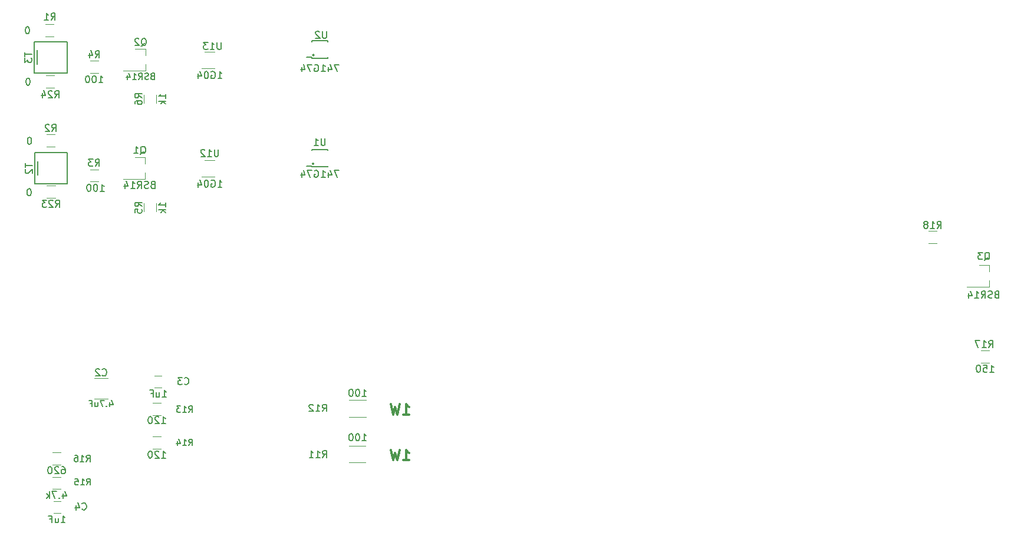
<source format=gbr>
G04 #@! TF.FileFunction,Legend,Bot*
%FSLAX46Y46*%
G04 Gerber Fmt 4.6, Leading zero omitted, Abs format (unit mm)*
G04 Created by KiCad (PCBNEW 4.0.7-e2-6376~58~ubuntu16.04.1) date Fri Dec  1 14:53:18 2017*
%MOMM*%
%LPD*%
G01*
G04 APERTURE LIST*
%ADD10C,0.100000*%
%ADD11C,0.300000*%
%ADD12C,0.120000*%
%ADD13C,0.150000*%
G04 APERTURE END LIST*
D10*
D11*
X102378571Y-102718571D02*
X103235714Y-102718571D01*
X102807142Y-102718571D02*
X102807142Y-101218571D01*
X102949999Y-101432857D01*
X103092857Y-101575714D01*
X103235714Y-101647143D01*
X101878571Y-101218571D02*
X101521428Y-102718571D01*
X101235714Y-101647143D01*
X100950000Y-102718571D01*
X100592857Y-101218571D01*
X102378571Y-96138571D02*
X103235714Y-96138571D01*
X102807142Y-96138571D02*
X102807142Y-94638571D01*
X102949999Y-94852857D01*
X103092857Y-94995714D01*
X103235714Y-95067143D01*
X101878571Y-94638571D02*
X101521428Y-96138571D01*
X101235714Y-95067143D01*
X100950000Y-96138571D01*
X100592857Y-94638571D01*
D12*
X51200000Y-64980000D02*
X52400000Y-64980000D01*
X52400000Y-63220000D02*
X51200000Y-63220000D01*
X51150000Y-57630000D02*
X52350000Y-57630000D01*
X52350000Y-55870000D02*
X51150000Y-55870000D01*
X51000000Y-41780000D02*
X52200000Y-41780000D01*
X52200000Y-40020000D02*
X51000000Y-40020000D01*
X51100000Y-49180000D02*
X52300000Y-49180000D01*
X52300000Y-47420000D02*
X51100000Y-47420000D01*
X67700000Y-92250000D02*
X66700000Y-92250000D01*
X66700000Y-90550000D02*
X67700000Y-90550000D01*
X52157240Y-108650840D02*
X53157240Y-108650840D01*
X53157240Y-110350840D02*
X52157240Y-110350840D01*
X67600000Y-94520000D02*
X66400000Y-94520000D01*
X66400000Y-96280000D02*
X67600000Y-96280000D01*
X66400000Y-101080000D02*
X67600000Y-101080000D01*
X67600000Y-99320000D02*
X66400000Y-99320000D01*
X52000000Y-106880000D02*
X53200000Y-106880000D01*
X53200000Y-105120000D02*
X52000000Y-105120000D01*
X53200000Y-101620000D02*
X52000000Y-101620000D01*
X52000000Y-103380000D02*
X53200000Y-103380000D01*
X186527240Y-86940840D02*
X185327240Y-86940840D01*
X185327240Y-88700840D02*
X186527240Y-88700840D01*
X177827240Y-71510840D02*
X179027240Y-71510840D01*
X179027240Y-69750840D02*
X177827240Y-69750840D01*
X57997240Y-90910840D02*
X59997240Y-90910840D01*
X59997240Y-93870840D02*
X57997240Y-93870840D01*
X58597240Y-60910840D02*
X57397240Y-60910840D01*
X57397240Y-62670840D02*
X58597240Y-62670840D01*
X58597240Y-45310840D02*
X57397240Y-45310840D01*
X57397240Y-47070840D02*
X58597240Y-47070840D01*
X65117240Y-65790840D02*
X65117240Y-66990840D01*
X66877240Y-66990840D02*
X66877240Y-65790840D01*
X65117240Y-50190840D02*
X65117240Y-51390840D01*
X66877240Y-51390840D02*
X66877240Y-50190840D01*
D13*
X89584440Y-60105240D02*
G75*
G03X89584440Y-60105240I-127000J0D01*
G01*
X89254240Y-60410040D02*
X88492240Y-60410040D01*
X89254240Y-58047840D02*
X89254240Y-58174840D01*
X91540240Y-58047840D02*
X91540240Y-58174840D01*
X91540240Y-60537040D02*
X91540240Y-60410040D01*
X89254240Y-60537040D02*
X89254240Y-60410040D01*
X89254240Y-58047840D02*
X91540240Y-58047840D01*
X91540240Y-60537040D02*
X89254240Y-60537040D01*
X89584440Y-44505240D02*
G75*
G03X89584440Y-44505240I-127000J0D01*
G01*
X89254240Y-44810040D02*
X88492240Y-44810040D01*
X89254240Y-42447840D02*
X89254240Y-42574840D01*
X91540240Y-42447840D02*
X91540240Y-42574840D01*
X91540240Y-44937040D02*
X91540240Y-44810040D01*
X89254240Y-44937040D02*
X89254240Y-44810040D01*
X89254240Y-42447840D02*
X91540240Y-42447840D01*
X91540240Y-44937040D02*
X89254240Y-44937040D01*
D12*
X75297240Y-61950840D02*
X73397240Y-61950840D01*
X73897240Y-59630840D02*
X75297240Y-59630840D01*
X75297240Y-46350840D02*
X73397240Y-46350840D01*
X73897240Y-44030840D02*
X75297240Y-44030840D01*
D13*
X49875000Y-59725000D02*
X49875000Y-61725000D01*
X49875000Y-61725000D02*
X49875000Y-61650000D01*
X54150000Y-62400000D02*
X54150000Y-63000000D01*
X54150000Y-59100000D02*
X54150000Y-58500000D01*
X49450000Y-59050000D02*
X49450000Y-58900000D01*
X49450000Y-58950000D02*
X49450000Y-58500000D01*
X49450000Y-62550000D02*
X49450000Y-63000000D01*
X49450000Y-63000000D02*
X49450000Y-62450000D01*
X49450000Y-58500000D02*
X54150000Y-58500000D01*
X54150000Y-59000000D02*
X54150000Y-62500000D01*
X54150000Y-63000000D02*
X49450000Y-63000000D01*
X49450000Y-62500000D02*
X49450000Y-59000000D01*
X49825000Y-43775000D02*
X49825000Y-45775000D01*
X49825000Y-45775000D02*
X49825000Y-45700000D01*
X54100000Y-46450000D02*
X54100000Y-47050000D01*
X54100000Y-43150000D02*
X54100000Y-42550000D01*
X49400000Y-43100000D02*
X49400000Y-42950000D01*
X49400000Y-43000000D02*
X49400000Y-42550000D01*
X49400000Y-46600000D02*
X49400000Y-47050000D01*
X49400000Y-47050000D02*
X49400000Y-46500000D01*
X49400000Y-42550000D02*
X54100000Y-42550000D01*
X54100000Y-43050000D02*
X54100000Y-46550000D01*
X54100000Y-47050000D02*
X49400000Y-47050000D01*
X49400000Y-46550000D02*
X49400000Y-43050000D01*
D12*
X97010000Y-103040000D02*
X94610000Y-103040000D01*
X97010000Y-100640000D02*
X94610000Y-100640000D01*
X97030000Y-96470000D02*
X94630000Y-96470000D01*
X97030000Y-94070000D02*
X94630000Y-94070000D01*
X65300000Y-59150000D02*
X65300000Y-60080000D01*
X65300000Y-62310000D02*
X65300000Y-61380000D01*
X65300000Y-62310000D02*
X62140000Y-62310000D01*
X65300000Y-59150000D02*
X63840000Y-59150000D01*
X65350000Y-43560000D02*
X65350000Y-44490000D01*
X65350000Y-46720000D02*
X65350000Y-45790000D01*
X65350000Y-46720000D02*
X62190000Y-46720000D01*
X65350000Y-43560000D02*
X63890000Y-43560000D01*
X186530000Y-74680000D02*
X186530000Y-75610000D01*
X186530000Y-77840000D02*
X186530000Y-76910000D01*
X186530000Y-77840000D02*
X183370000Y-77840000D01*
X186530000Y-74680000D02*
X185070000Y-74680000D01*
D13*
X52440097Y-66343221D02*
X52773431Y-65867030D01*
X53011526Y-66343221D02*
X53011526Y-65343221D01*
X52630573Y-65343221D01*
X52535335Y-65390840D01*
X52487716Y-65438459D01*
X52440097Y-65533697D01*
X52440097Y-65676554D01*
X52487716Y-65771792D01*
X52535335Y-65819411D01*
X52630573Y-65867030D01*
X53011526Y-65867030D01*
X52059145Y-65438459D02*
X52011526Y-65390840D01*
X51916288Y-65343221D01*
X51678192Y-65343221D01*
X51582954Y-65390840D01*
X51535335Y-65438459D01*
X51487716Y-65533697D01*
X51487716Y-65628935D01*
X51535335Y-65771792D01*
X52106764Y-66343221D01*
X51487716Y-66343221D01*
X51154383Y-65343221D02*
X50535335Y-65343221D01*
X50868669Y-65724173D01*
X50725811Y-65724173D01*
X50630573Y-65771792D01*
X50582954Y-65819411D01*
X50535335Y-65914650D01*
X50535335Y-66152745D01*
X50582954Y-66247983D01*
X50630573Y-66295602D01*
X50725811Y-66343221D01*
X51011526Y-66343221D01*
X51106764Y-66295602D01*
X51154383Y-66247983D01*
X48697619Y-63702381D02*
X48602380Y-63702381D01*
X48507142Y-63750000D01*
X48459523Y-63797619D01*
X48411904Y-63892857D01*
X48364285Y-64083333D01*
X48364285Y-64321429D01*
X48411904Y-64511905D01*
X48459523Y-64607143D01*
X48507142Y-64654762D01*
X48602380Y-64702381D01*
X48697619Y-64702381D01*
X48792857Y-64654762D01*
X48840476Y-64607143D01*
X48888095Y-64511905D01*
X48935714Y-64321429D01*
X48935714Y-64083333D01*
X48888095Y-63892857D01*
X48840476Y-63797619D01*
X48792857Y-63750000D01*
X48697619Y-63702381D01*
X51916666Y-55452381D02*
X52250000Y-54976190D01*
X52488095Y-55452381D02*
X52488095Y-54452381D01*
X52107142Y-54452381D01*
X52011904Y-54500000D01*
X51964285Y-54547619D01*
X51916666Y-54642857D01*
X51916666Y-54785714D01*
X51964285Y-54880952D01*
X52011904Y-54928571D01*
X52107142Y-54976190D01*
X52488095Y-54976190D01*
X51535714Y-54547619D02*
X51488095Y-54500000D01*
X51392857Y-54452381D01*
X51154761Y-54452381D01*
X51059523Y-54500000D01*
X51011904Y-54547619D01*
X50964285Y-54642857D01*
X50964285Y-54738095D01*
X51011904Y-54880952D01*
X51583333Y-55452381D01*
X50964285Y-55452381D01*
X48747619Y-56302381D02*
X48652380Y-56302381D01*
X48557142Y-56350000D01*
X48509523Y-56397619D01*
X48461904Y-56492857D01*
X48414285Y-56683333D01*
X48414285Y-56921429D01*
X48461904Y-57111905D01*
X48509523Y-57207143D01*
X48557142Y-57254762D01*
X48652380Y-57302381D01*
X48747619Y-57302381D01*
X48842857Y-57254762D01*
X48890476Y-57207143D01*
X48938095Y-57111905D01*
X48985714Y-56921429D01*
X48985714Y-56683333D01*
X48938095Y-56492857D01*
X48890476Y-56397619D01*
X48842857Y-56350000D01*
X48747619Y-56302381D01*
X51816666Y-39452381D02*
X52150000Y-38976190D01*
X52388095Y-39452381D02*
X52388095Y-38452381D01*
X52007142Y-38452381D01*
X51911904Y-38500000D01*
X51864285Y-38547619D01*
X51816666Y-38642857D01*
X51816666Y-38785714D01*
X51864285Y-38880952D01*
X51911904Y-38928571D01*
X52007142Y-38976190D01*
X52388095Y-38976190D01*
X50864285Y-39452381D02*
X51435714Y-39452381D01*
X51150000Y-39452381D02*
X51150000Y-38452381D01*
X51245238Y-38595238D01*
X51340476Y-38690476D01*
X51435714Y-38738095D01*
X48447619Y-40402381D02*
X48352380Y-40402381D01*
X48257142Y-40450000D01*
X48209523Y-40497619D01*
X48161904Y-40592857D01*
X48114285Y-40783333D01*
X48114285Y-41021429D01*
X48161904Y-41211905D01*
X48209523Y-41307143D01*
X48257142Y-41354762D01*
X48352380Y-41402381D01*
X48447619Y-41402381D01*
X48542857Y-41354762D01*
X48590476Y-41307143D01*
X48638095Y-41211905D01*
X48685714Y-41021429D01*
X48685714Y-40783333D01*
X48638095Y-40592857D01*
X48590476Y-40497619D01*
X48542857Y-40450000D01*
X48447619Y-40402381D01*
X52342857Y-50602381D02*
X52676191Y-50126190D01*
X52914286Y-50602381D02*
X52914286Y-49602381D01*
X52533333Y-49602381D01*
X52438095Y-49650000D01*
X52390476Y-49697619D01*
X52342857Y-49792857D01*
X52342857Y-49935714D01*
X52390476Y-50030952D01*
X52438095Y-50078571D01*
X52533333Y-50126190D01*
X52914286Y-50126190D01*
X51961905Y-49697619D02*
X51914286Y-49650000D01*
X51819048Y-49602381D01*
X51580952Y-49602381D01*
X51485714Y-49650000D01*
X51438095Y-49697619D01*
X51390476Y-49792857D01*
X51390476Y-49888095D01*
X51438095Y-50030952D01*
X52009524Y-50602381D01*
X51390476Y-50602381D01*
X50533333Y-49935714D02*
X50533333Y-50602381D01*
X50771429Y-49554762D02*
X51009524Y-50269048D01*
X50390476Y-50269048D01*
X48547619Y-47802381D02*
X48452380Y-47802381D01*
X48357142Y-47850000D01*
X48309523Y-47897619D01*
X48261904Y-47992857D01*
X48214285Y-48183333D01*
X48214285Y-48421429D01*
X48261904Y-48611905D01*
X48309523Y-48707143D01*
X48357142Y-48754762D01*
X48452380Y-48802381D01*
X48547619Y-48802381D01*
X48642857Y-48754762D01*
X48690476Y-48707143D01*
X48738095Y-48611905D01*
X48785714Y-48421429D01*
X48785714Y-48183333D01*
X48738095Y-47992857D01*
X48690476Y-47897619D01*
X48642857Y-47850000D01*
X48547619Y-47802381D01*
X70966666Y-91757143D02*
X71014285Y-91804762D01*
X71157142Y-91852381D01*
X71252380Y-91852381D01*
X71395238Y-91804762D01*
X71490476Y-91709524D01*
X71538095Y-91614286D01*
X71585714Y-91423810D01*
X71585714Y-91280952D01*
X71538095Y-91090476D01*
X71490476Y-90995238D01*
X71395238Y-90900000D01*
X71252380Y-90852381D01*
X71157142Y-90852381D01*
X71014285Y-90900000D01*
X70966666Y-90947619D01*
X70633333Y-90852381D02*
X70014285Y-90852381D01*
X70347619Y-91233333D01*
X70204761Y-91233333D01*
X70109523Y-91280952D01*
X70061904Y-91328571D01*
X70014285Y-91423810D01*
X70014285Y-91661905D01*
X70061904Y-91757143D01*
X70109523Y-91804762D01*
X70204761Y-91852381D01*
X70490476Y-91852381D01*
X70585714Y-91804762D01*
X70633333Y-91757143D01*
X67795238Y-93652381D02*
X68366667Y-93652381D01*
X68080953Y-93652381D02*
X68080953Y-92652381D01*
X68176191Y-92795238D01*
X68271429Y-92890476D01*
X68366667Y-92938095D01*
X66938095Y-92985714D02*
X66938095Y-93652381D01*
X67366667Y-92985714D02*
X67366667Y-93509524D01*
X67319048Y-93604762D01*
X67223810Y-93652381D01*
X67080952Y-93652381D01*
X66985714Y-93604762D01*
X66938095Y-93557143D01*
X66128571Y-93128571D02*
X66461905Y-93128571D01*
X66461905Y-93652381D02*
X66461905Y-92652381D01*
X65985714Y-92652381D01*
X56266666Y-109757143D02*
X56314285Y-109804762D01*
X56457142Y-109852381D01*
X56552380Y-109852381D01*
X56695238Y-109804762D01*
X56790476Y-109709524D01*
X56838095Y-109614286D01*
X56885714Y-109423810D01*
X56885714Y-109280952D01*
X56838095Y-109090476D01*
X56790476Y-108995238D01*
X56695238Y-108900000D01*
X56552380Y-108852381D01*
X56457142Y-108852381D01*
X56314285Y-108900000D01*
X56266666Y-108947619D01*
X55409523Y-109185714D02*
X55409523Y-109852381D01*
X55647619Y-108804762D02*
X55885714Y-109519048D01*
X55266666Y-109519048D01*
X53252478Y-111703221D02*
X53823907Y-111703221D01*
X53538193Y-111703221D02*
X53538193Y-110703221D01*
X53633431Y-110846078D01*
X53728669Y-110941316D01*
X53823907Y-110988935D01*
X52395335Y-111036554D02*
X52395335Y-111703221D01*
X52823907Y-111036554D02*
X52823907Y-111560364D01*
X52776288Y-111655602D01*
X52681050Y-111703221D01*
X52538192Y-111703221D01*
X52442954Y-111655602D01*
X52395335Y-111607983D01*
X51585811Y-111179411D02*
X51919145Y-111179411D01*
X51919145Y-111703221D02*
X51919145Y-110703221D01*
X51442954Y-110703221D01*
X71578572Y-95807143D02*
X71878572Y-95378571D01*
X72092857Y-95807143D02*
X72092857Y-94907143D01*
X71750000Y-94907143D01*
X71664286Y-94950000D01*
X71621429Y-94992857D01*
X71578572Y-95078571D01*
X71578572Y-95207143D01*
X71621429Y-95292857D01*
X71664286Y-95335714D01*
X71750000Y-95378571D01*
X72092857Y-95378571D01*
X70721429Y-95807143D02*
X71235714Y-95807143D01*
X70978572Y-95807143D02*
X70978572Y-94907143D01*
X71064286Y-95035714D01*
X71150000Y-95121429D01*
X71235714Y-95164286D01*
X70421429Y-94907143D02*
X69864286Y-94907143D01*
X70164286Y-95250000D01*
X70035714Y-95250000D01*
X69950000Y-95292857D01*
X69907143Y-95335714D01*
X69864286Y-95421429D01*
X69864286Y-95635714D01*
X69907143Y-95721429D01*
X69950000Y-95764286D01*
X70035714Y-95807143D01*
X70292857Y-95807143D01*
X70378571Y-95764286D01*
X70421429Y-95721429D01*
X67666666Y-97452381D02*
X68238095Y-97452381D01*
X67952381Y-97452381D02*
X67952381Y-96452381D01*
X68047619Y-96595238D01*
X68142857Y-96690476D01*
X68238095Y-96738095D01*
X67285714Y-96547619D02*
X67238095Y-96500000D01*
X67142857Y-96452381D01*
X66904761Y-96452381D01*
X66809523Y-96500000D01*
X66761904Y-96547619D01*
X66714285Y-96642857D01*
X66714285Y-96738095D01*
X66761904Y-96880952D01*
X67333333Y-97452381D01*
X66714285Y-97452381D01*
X66095238Y-96452381D02*
X65999999Y-96452381D01*
X65904761Y-96500000D01*
X65857142Y-96547619D01*
X65809523Y-96642857D01*
X65761904Y-96833333D01*
X65761904Y-97071429D01*
X65809523Y-97261905D01*
X65857142Y-97357143D01*
X65904761Y-97404762D01*
X65999999Y-97452381D01*
X66095238Y-97452381D01*
X66190476Y-97404762D01*
X66238095Y-97357143D01*
X66285714Y-97261905D01*
X66333333Y-97071429D01*
X66333333Y-96833333D01*
X66285714Y-96642857D01*
X66238095Y-96547619D01*
X66190476Y-96500000D01*
X66095238Y-96452381D01*
X71578572Y-100607143D02*
X71878572Y-100178571D01*
X72092857Y-100607143D02*
X72092857Y-99707143D01*
X71750000Y-99707143D01*
X71664286Y-99750000D01*
X71621429Y-99792857D01*
X71578572Y-99878571D01*
X71578572Y-100007143D01*
X71621429Y-100092857D01*
X71664286Y-100135714D01*
X71750000Y-100178571D01*
X72092857Y-100178571D01*
X70721429Y-100607143D02*
X71235714Y-100607143D01*
X70978572Y-100607143D02*
X70978572Y-99707143D01*
X71064286Y-99835714D01*
X71150000Y-99921429D01*
X71235714Y-99964286D01*
X69950000Y-100007143D02*
X69950000Y-100607143D01*
X70164286Y-99664286D02*
X70378571Y-100307143D01*
X69821429Y-100307143D01*
X67666666Y-102402381D02*
X68238095Y-102402381D01*
X67952381Y-102402381D02*
X67952381Y-101402381D01*
X68047619Y-101545238D01*
X68142857Y-101640476D01*
X68238095Y-101688095D01*
X67285714Y-101497619D02*
X67238095Y-101450000D01*
X67142857Y-101402381D01*
X66904761Y-101402381D01*
X66809523Y-101450000D01*
X66761904Y-101497619D01*
X66714285Y-101592857D01*
X66714285Y-101688095D01*
X66761904Y-101830952D01*
X67333333Y-102402381D01*
X66714285Y-102402381D01*
X66095238Y-101402381D02*
X65999999Y-101402381D01*
X65904761Y-101450000D01*
X65857142Y-101497619D01*
X65809523Y-101592857D01*
X65761904Y-101783333D01*
X65761904Y-102021429D01*
X65809523Y-102211905D01*
X65857142Y-102307143D01*
X65904761Y-102354762D01*
X65999999Y-102402381D01*
X66095238Y-102402381D01*
X66190476Y-102354762D01*
X66238095Y-102307143D01*
X66285714Y-102211905D01*
X66333333Y-102021429D01*
X66333333Y-101783333D01*
X66285714Y-101592857D01*
X66238095Y-101497619D01*
X66190476Y-101450000D01*
X66095238Y-101402381D01*
X56911332Y-106286303D02*
X57211332Y-105857731D01*
X57425617Y-106286303D02*
X57425617Y-105386303D01*
X57082760Y-105386303D01*
X56997046Y-105429160D01*
X56954189Y-105472017D01*
X56911332Y-105557731D01*
X56911332Y-105686303D01*
X56954189Y-105772017D01*
X56997046Y-105814874D01*
X57082760Y-105857731D01*
X57425617Y-105857731D01*
X56054189Y-106286303D02*
X56568474Y-106286303D01*
X56311332Y-106286303D02*
X56311332Y-105386303D01*
X56397046Y-105514874D01*
X56482760Y-105600589D01*
X56568474Y-105643446D01*
X55239903Y-105386303D02*
X55668474Y-105386303D01*
X55711331Y-105814874D01*
X55668474Y-105772017D01*
X55582760Y-105729160D01*
X55368474Y-105729160D01*
X55282760Y-105772017D01*
X55239903Y-105814874D01*
X55197046Y-105900589D01*
X55197046Y-106114874D01*
X55239903Y-106200589D01*
X55282760Y-106243446D01*
X55368474Y-106286303D01*
X55582760Y-106286303D01*
X55668474Y-106243446D01*
X55711331Y-106200589D01*
X53528571Y-107535714D02*
X53528571Y-108202381D01*
X53766667Y-107154762D02*
X54004762Y-107869048D01*
X53385714Y-107869048D01*
X53004762Y-108107143D02*
X52957143Y-108154762D01*
X53004762Y-108202381D01*
X53052381Y-108154762D01*
X53004762Y-108107143D01*
X53004762Y-108202381D01*
X52623810Y-107202381D02*
X51957143Y-107202381D01*
X52385715Y-108202381D01*
X51576191Y-108202381D02*
X51576191Y-107202381D01*
X51480953Y-107821429D02*
X51195238Y-108202381D01*
X51195238Y-107535714D02*
X51576191Y-107916667D01*
X56878572Y-102907143D02*
X57178572Y-102478571D01*
X57392857Y-102907143D02*
X57392857Y-102007143D01*
X57050000Y-102007143D01*
X56964286Y-102050000D01*
X56921429Y-102092857D01*
X56878572Y-102178571D01*
X56878572Y-102307143D01*
X56921429Y-102392857D01*
X56964286Y-102435714D01*
X57050000Y-102478571D01*
X57392857Y-102478571D01*
X56021429Y-102907143D02*
X56535714Y-102907143D01*
X56278572Y-102907143D02*
X56278572Y-102007143D01*
X56364286Y-102135714D01*
X56450000Y-102221429D01*
X56535714Y-102264286D01*
X55250000Y-102007143D02*
X55421429Y-102007143D01*
X55507143Y-102050000D01*
X55550000Y-102092857D01*
X55635714Y-102221429D01*
X55678571Y-102392857D01*
X55678571Y-102735714D01*
X55635714Y-102821429D01*
X55592857Y-102864286D01*
X55507143Y-102907143D01*
X55335714Y-102907143D01*
X55250000Y-102864286D01*
X55207143Y-102821429D01*
X55164286Y-102735714D01*
X55164286Y-102521429D01*
X55207143Y-102435714D01*
X55250000Y-102392857D01*
X55335714Y-102350000D01*
X55507143Y-102350000D01*
X55592857Y-102392857D01*
X55635714Y-102435714D01*
X55678571Y-102521429D01*
X53361904Y-103652381D02*
X53552381Y-103652381D01*
X53647619Y-103700000D01*
X53695238Y-103747619D01*
X53790476Y-103890476D01*
X53838095Y-104080952D01*
X53838095Y-104461905D01*
X53790476Y-104557143D01*
X53742857Y-104604762D01*
X53647619Y-104652381D01*
X53457142Y-104652381D01*
X53361904Y-104604762D01*
X53314285Y-104557143D01*
X53266666Y-104461905D01*
X53266666Y-104223810D01*
X53314285Y-104128571D01*
X53361904Y-104080952D01*
X53457142Y-104033333D01*
X53647619Y-104033333D01*
X53742857Y-104080952D01*
X53790476Y-104128571D01*
X53838095Y-104223810D01*
X52885714Y-103747619D02*
X52838095Y-103700000D01*
X52742857Y-103652381D01*
X52504761Y-103652381D01*
X52409523Y-103700000D01*
X52361904Y-103747619D01*
X52314285Y-103842857D01*
X52314285Y-103938095D01*
X52361904Y-104080952D01*
X52933333Y-104652381D01*
X52314285Y-104652381D01*
X51695238Y-103652381D02*
X51599999Y-103652381D01*
X51504761Y-103700000D01*
X51457142Y-103747619D01*
X51409523Y-103842857D01*
X51361904Y-104033333D01*
X51361904Y-104271429D01*
X51409523Y-104461905D01*
X51457142Y-104557143D01*
X51504761Y-104604762D01*
X51599999Y-104652381D01*
X51695238Y-104652381D01*
X51790476Y-104604762D01*
X51838095Y-104557143D01*
X51885714Y-104461905D01*
X51933333Y-104271429D01*
X51933333Y-104033333D01*
X51885714Y-103842857D01*
X51838095Y-103747619D01*
X51790476Y-103700000D01*
X51695238Y-103652381D01*
X186492857Y-86502381D02*
X186826191Y-86026190D01*
X187064286Y-86502381D02*
X187064286Y-85502381D01*
X186683333Y-85502381D01*
X186588095Y-85550000D01*
X186540476Y-85597619D01*
X186492857Y-85692857D01*
X186492857Y-85835714D01*
X186540476Y-85930952D01*
X186588095Y-85978571D01*
X186683333Y-86026190D01*
X187064286Y-86026190D01*
X185540476Y-86502381D02*
X186111905Y-86502381D01*
X185826191Y-86502381D02*
X185826191Y-85502381D01*
X185921429Y-85645238D01*
X186016667Y-85740476D01*
X186111905Y-85788095D01*
X185207143Y-85502381D02*
X184540476Y-85502381D01*
X184969048Y-86502381D01*
X186616666Y-90052381D02*
X187188095Y-90052381D01*
X186902381Y-90052381D02*
X186902381Y-89052381D01*
X186997619Y-89195238D01*
X187092857Y-89290476D01*
X187188095Y-89338095D01*
X185711904Y-89052381D02*
X186188095Y-89052381D01*
X186235714Y-89528571D01*
X186188095Y-89480952D01*
X186092857Y-89433333D01*
X185854761Y-89433333D01*
X185759523Y-89480952D01*
X185711904Y-89528571D01*
X185664285Y-89623810D01*
X185664285Y-89861905D01*
X185711904Y-89957143D01*
X185759523Y-90004762D01*
X185854761Y-90052381D01*
X186092857Y-90052381D01*
X186188095Y-90004762D01*
X186235714Y-89957143D01*
X185045238Y-89052381D02*
X184949999Y-89052381D01*
X184854761Y-89100000D01*
X184807142Y-89147619D01*
X184759523Y-89242857D01*
X184711904Y-89433333D01*
X184711904Y-89671429D01*
X184759523Y-89861905D01*
X184807142Y-89957143D01*
X184854761Y-90004762D01*
X184949999Y-90052381D01*
X185045238Y-90052381D01*
X185140476Y-90004762D01*
X185188095Y-89957143D01*
X185235714Y-89861905D01*
X185283333Y-89671429D01*
X185283333Y-89433333D01*
X185235714Y-89242857D01*
X185188095Y-89147619D01*
X185140476Y-89100000D01*
X185045238Y-89052381D01*
X179070097Y-69383221D02*
X179403431Y-68907030D01*
X179641526Y-69383221D02*
X179641526Y-68383221D01*
X179260573Y-68383221D01*
X179165335Y-68430840D01*
X179117716Y-68478459D01*
X179070097Y-68573697D01*
X179070097Y-68716554D01*
X179117716Y-68811792D01*
X179165335Y-68859411D01*
X179260573Y-68907030D01*
X179641526Y-68907030D01*
X178117716Y-69383221D02*
X178689145Y-69383221D01*
X178403431Y-69383221D02*
X178403431Y-68383221D01*
X178498669Y-68526078D01*
X178593907Y-68621316D01*
X178689145Y-68668935D01*
X177546288Y-68811792D02*
X177641526Y-68764173D01*
X177689145Y-68716554D01*
X177736764Y-68621316D01*
X177736764Y-68573697D01*
X177689145Y-68478459D01*
X177641526Y-68430840D01*
X177546288Y-68383221D01*
X177355811Y-68383221D01*
X177260573Y-68430840D01*
X177212954Y-68478459D01*
X177165335Y-68573697D01*
X177165335Y-68621316D01*
X177212954Y-68716554D01*
X177260573Y-68764173D01*
X177355811Y-68811792D01*
X177546288Y-68811792D01*
X177641526Y-68859411D01*
X177689145Y-68907030D01*
X177736764Y-69002269D01*
X177736764Y-69192745D01*
X177689145Y-69287983D01*
X177641526Y-69335602D01*
X177546288Y-69383221D01*
X177355811Y-69383221D01*
X177260573Y-69335602D01*
X177212954Y-69287983D01*
X177165335Y-69192745D01*
X177165335Y-69002269D01*
X177212954Y-68907030D01*
X177260573Y-68859411D01*
X177355811Y-68811792D01*
X59163906Y-90497983D02*
X59211525Y-90545602D01*
X59354382Y-90593221D01*
X59449620Y-90593221D01*
X59592478Y-90545602D01*
X59687716Y-90450364D01*
X59735335Y-90355126D01*
X59782954Y-90164650D01*
X59782954Y-90021792D01*
X59735335Y-89831316D01*
X59687716Y-89736078D01*
X59592478Y-89640840D01*
X59449620Y-89593221D01*
X59354382Y-89593221D01*
X59211525Y-89640840D01*
X59163906Y-89688459D01*
X58782954Y-89688459D02*
X58735335Y-89640840D01*
X58640097Y-89593221D01*
X58402001Y-89593221D01*
X58306763Y-89640840D01*
X58259144Y-89688459D01*
X58211525Y-89783697D01*
X58211525Y-89878935D01*
X58259144Y-90021792D01*
X58830573Y-90593221D01*
X58211525Y-90593221D01*
X60264286Y-94407143D02*
X60264286Y-95007143D01*
X60478572Y-94064286D02*
X60692857Y-94707143D01*
X60135715Y-94707143D01*
X59792857Y-94921429D02*
X59750000Y-94964286D01*
X59792857Y-95007143D01*
X59835714Y-94964286D01*
X59792857Y-94921429D01*
X59792857Y-95007143D01*
X59450001Y-94107143D02*
X58850001Y-94107143D01*
X59235715Y-95007143D01*
X58121429Y-94407143D02*
X58121429Y-95007143D01*
X58507143Y-94407143D02*
X58507143Y-94878571D01*
X58464286Y-94964286D01*
X58378572Y-95007143D01*
X58250000Y-95007143D01*
X58164286Y-94964286D01*
X58121429Y-94921429D01*
X57392857Y-94535714D02*
X57692857Y-94535714D01*
X57692857Y-95007143D02*
X57692857Y-94107143D01*
X57264286Y-94107143D01*
X58166666Y-60452381D02*
X58500000Y-59976190D01*
X58738095Y-60452381D02*
X58738095Y-59452381D01*
X58357142Y-59452381D01*
X58261904Y-59500000D01*
X58214285Y-59547619D01*
X58166666Y-59642857D01*
X58166666Y-59785714D01*
X58214285Y-59880952D01*
X58261904Y-59928571D01*
X58357142Y-59976190D01*
X58738095Y-59976190D01*
X57833333Y-59452381D02*
X57214285Y-59452381D01*
X57547619Y-59833333D01*
X57404761Y-59833333D01*
X57309523Y-59880952D01*
X57261904Y-59928571D01*
X57214285Y-60023810D01*
X57214285Y-60261905D01*
X57261904Y-60357143D01*
X57309523Y-60404762D01*
X57404761Y-60452381D01*
X57690476Y-60452381D01*
X57785714Y-60404762D01*
X57833333Y-60357143D01*
X58866666Y-64052381D02*
X59438095Y-64052381D01*
X59152381Y-64052381D02*
X59152381Y-63052381D01*
X59247619Y-63195238D01*
X59342857Y-63290476D01*
X59438095Y-63338095D01*
X58247619Y-63052381D02*
X58152380Y-63052381D01*
X58057142Y-63100000D01*
X58009523Y-63147619D01*
X57961904Y-63242857D01*
X57914285Y-63433333D01*
X57914285Y-63671429D01*
X57961904Y-63861905D01*
X58009523Y-63957143D01*
X58057142Y-64004762D01*
X58152380Y-64052381D01*
X58247619Y-64052381D01*
X58342857Y-64004762D01*
X58390476Y-63957143D01*
X58438095Y-63861905D01*
X58485714Y-63671429D01*
X58485714Y-63433333D01*
X58438095Y-63242857D01*
X58390476Y-63147619D01*
X58342857Y-63100000D01*
X58247619Y-63052381D01*
X57295238Y-63052381D02*
X57199999Y-63052381D01*
X57104761Y-63100000D01*
X57057142Y-63147619D01*
X57009523Y-63242857D01*
X56961904Y-63433333D01*
X56961904Y-63671429D01*
X57009523Y-63861905D01*
X57057142Y-63957143D01*
X57104761Y-64004762D01*
X57199999Y-64052381D01*
X57295238Y-64052381D01*
X57390476Y-64004762D01*
X57438095Y-63957143D01*
X57485714Y-63861905D01*
X57533333Y-63671429D01*
X57533333Y-63433333D01*
X57485714Y-63242857D01*
X57438095Y-63147619D01*
X57390476Y-63100000D01*
X57295238Y-63052381D01*
X58166666Y-44852381D02*
X58500000Y-44376190D01*
X58738095Y-44852381D02*
X58738095Y-43852381D01*
X58357142Y-43852381D01*
X58261904Y-43900000D01*
X58214285Y-43947619D01*
X58166666Y-44042857D01*
X58166666Y-44185714D01*
X58214285Y-44280952D01*
X58261904Y-44328571D01*
X58357142Y-44376190D01*
X58738095Y-44376190D01*
X57309523Y-44185714D02*
X57309523Y-44852381D01*
X57547619Y-43804762D02*
X57785714Y-44519048D01*
X57166666Y-44519048D01*
X58666666Y-48452381D02*
X59238095Y-48452381D01*
X58952381Y-48452381D02*
X58952381Y-47452381D01*
X59047619Y-47595238D01*
X59142857Y-47690476D01*
X59238095Y-47738095D01*
X58047619Y-47452381D02*
X57952380Y-47452381D01*
X57857142Y-47500000D01*
X57809523Y-47547619D01*
X57761904Y-47642857D01*
X57714285Y-47833333D01*
X57714285Y-48071429D01*
X57761904Y-48261905D01*
X57809523Y-48357143D01*
X57857142Y-48404762D01*
X57952380Y-48452381D01*
X58047619Y-48452381D01*
X58142857Y-48404762D01*
X58190476Y-48357143D01*
X58238095Y-48261905D01*
X58285714Y-48071429D01*
X58285714Y-47833333D01*
X58238095Y-47642857D01*
X58190476Y-47547619D01*
X58142857Y-47500000D01*
X58047619Y-47452381D01*
X57095238Y-47452381D02*
X56999999Y-47452381D01*
X56904761Y-47500000D01*
X56857142Y-47547619D01*
X56809523Y-47642857D01*
X56761904Y-47833333D01*
X56761904Y-48071429D01*
X56809523Y-48261905D01*
X56857142Y-48357143D01*
X56904761Y-48404762D01*
X56999999Y-48452381D01*
X57095238Y-48452381D01*
X57190476Y-48404762D01*
X57238095Y-48357143D01*
X57285714Y-48261905D01*
X57333333Y-48071429D01*
X57333333Y-47833333D01*
X57285714Y-47642857D01*
X57238095Y-47547619D01*
X57190476Y-47500000D01*
X57095238Y-47452381D01*
X64852381Y-66233334D02*
X64376190Y-65900000D01*
X64852381Y-65661905D02*
X63852381Y-65661905D01*
X63852381Y-66042858D01*
X63900000Y-66138096D01*
X63947619Y-66185715D01*
X64042857Y-66233334D01*
X64185714Y-66233334D01*
X64280952Y-66185715D01*
X64328571Y-66138096D01*
X64376190Y-66042858D01*
X64376190Y-65661905D01*
X63852381Y-67138096D02*
X63852381Y-66661905D01*
X64328571Y-66614286D01*
X64280952Y-66661905D01*
X64233333Y-66757143D01*
X64233333Y-66995239D01*
X64280952Y-67090477D01*
X64328571Y-67138096D01*
X64423810Y-67185715D01*
X64661905Y-67185715D01*
X64757143Y-67138096D01*
X64804762Y-67090477D01*
X64852381Y-66995239D01*
X64852381Y-66757143D01*
X64804762Y-66661905D01*
X64757143Y-66614286D01*
X68252381Y-66280953D02*
X68252381Y-65709524D01*
X68252381Y-65995238D02*
X67252381Y-65995238D01*
X67395238Y-65900000D01*
X67490476Y-65804762D01*
X67538095Y-65709524D01*
X68252381Y-66709524D02*
X67252381Y-66709524D01*
X67871429Y-66804762D02*
X68252381Y-67090477D01*
X67585714Y-67090477D02*
X67966667Y-66709524D01*
X64852381Y-50633334D02*
X64376190Y-50300000D01*
X64852381Y-50061905D02*
X63852381Y-50061905D01*
X63852381Y-50442858D01*
X63900000Y-50538096D01*
X63947619Y-50585715D01*
X64042857Y-50633334D01*
X64185714Y-50633334D01*
X64280952Y-50585715D01*
X64328571Y-50538096D01*
X64376190Y-50442858D01*
X64376190Y-50061905D01*
X63852381Y-51490477D02*
X63852381Y-51300000D01*
X63900000Y-51204762D01*
X63947619Y-51157143D01*
X64090476Y-51061905D01*
X64280952Y-51014286D01*
X64661905Y-51014286D01*
X64757143Y-51061905D01*
X64804762Y-51109524D01*
X64852381Y-51204762D01*
X64852381Y-51395239D01*
X64804762Y-51490477D01*
X64757143Y-51538096D01*
X64661905Y-51585715D01*
X64423810Y-51585715D01*
X64328571Y-51538096D01*
X64280952Y-51490477D01*
X64233333Y-51395239D01*
X64233333Y-51204762D01*
X64280952Y-51109524D01*
X64328571Y-51061905D01*
X64423810Y-51014286D01*
X68252381Y-50680953D02*
X68252381Y-50109524D01*
X68252381Y-50395238D02*
X67252381Y-50395238D01*
X67395238Y-50300000D01*
X67490476Y-50204762D01*
X67538095Y-50109524D01*
X68252381Y-51109524D02*
X67252381Y-51109524D01*
X67871429Y-51204762D02*
X68252381Y-51490477D01*
X67585714Y-51490477D02*
X67966667Y-51109524D01*
X91161905Y-56452381D02*
X91161905Y-57261905D01*
X91114286Y-57357143D01*
X91066667Y-57404762D01*
X90971429Y-57452381D01*
X90780952Y-57452381D01*
X90685714Y-57404762D01*
X90638095Y-57357143D01*
X90590476Y-57261905D01*
X90590476Y-56452381D01*
X89590476Y-57452381D02*
X90161905Y-57452381D01*
X89876191Y-57452381D02*
X89876191Y-56452381D01*
X89971429Y-56595238D01*
X90066667Y-56690476D01*
X90161905Y-56738095D01*
X93138095Y-61052381D02*
X92471428Y-61052381D01*
X92900000Y-62052381D01*
X91661904Y-61385714D02*
X91661904Y-62052381D01*
X91900000Y-61004762D02*
X92138095Y-61719048D01*
X91519047Y-61719048D01*
X90614285Y-62052381D02*
X91185714Y-62052381D01*
X90900000Y-62052381D02*
X90900000Y-61052381D01*
X90995238Y-61195238D01*
X91090476Y-61290476D01*
X91185714Y-61338095D01*
X89661904Y-61100000D02*
X89757142Y-61052381D01*
X89899999Y-61052381D01*
X90042857Y-61100000D01*
X90138095Y-61195238D01*
X90185714Y-61290476D01*
X90233333Y-61480952D01*
X90233333Y-61623810D01*
X90185714Y-61814286D01*
X90138095Y-61909524D01*
X90042857Y-62004762D01*
X89899999Y-62052381D01*
X89804761Y-62052381D01*
X89661904Y-62004762D01*
X89614285Y-61957143D01*
X89614285Y-61623810D01*
X89804761Y-61623810D01*
X89280952Y-61052381D02*
X88614285Y-61052381D01*
X89042857Y-62052381D01*
X87804761Y-61385714D02*
X87804761Y-62052381D01*
X88042857Y-61004762D02*
X88280952Y-61719048D01*
X87661904Y-61719048D01*
X91361905Y-41052381D02*
X91361905Y-41861905D01*
X91314286Y-41957143D01*
X91266667Y-42004762D01*
X91171429Y-42052381D01*
X90980952Y-42052381D01*
X90885714Y-42004762D01*
X90838095Y-41957143D01*
X90790476Y-41861905D01*
X90790476Y-41052381D01*
X90361905Y-41147619D02*
X90314286Y-41100000D01*
X90219048Y-41052381D01*
X89980952Y-41052381D01*
X89885714Y-41100000D01*
X89838095Y-41147619D01*
X89790476Y-41242857D01*
X89790476Y-41338095D01*
X89838095Y-41480952D01*
X90409524Y-42052381D01*
X89790476Y-42052381D01*
X93138095Y-45852381D02*
X92471428Y-45852381D01*
X92900000Y-46852381D01*
X91661904Y-46185714D02*
X91661904Y-46852381D01*
X91900000Y-45804762D02*
X92138095Y-46519048D01*
X91519047Y-46519048D01*
X90614285Y-46852381D02*
X91185714Y-46852381D01*
X90900000Y-46852381D02*
X90900000Y-45852381D01*
X90995238Y-45995238D01*
X91090476Y-46090476D01*
X91185714Y-46138095D01*
X89661904Y-45900000D02*
X89757142Y-45852381D01*
X89899999Y-45852381D01*
X90042857Y-45900000D01*
X90138095Y-45995238D01*
X90185714Y-46090476D01*
X90233333Y-46280952D01*
X90233333Y-46423810D01*
X90185714Y-46614286D01*
X90138095Y-46709524D01*
X90042857Y-46804762D01*
X89899999Y-46852381D01*
X89804761Y-46852381D01*
X89661904Y-46804762D01*
X89614285Y-46757143D01*
X89614285Y-46423810D01*
X89804761Y-46423810D01*
X89280952Y-45852381D02*
X88614285Y-45852381D01*
X89042857Y-46852381D01*
X87804761Y-46185714D02*
X87804761Y-46852381D01*
X88042857Y-45804762D02*
X88280952Y-46519048D01*
X87661904Y-46519048D01*
X75838095Y-58052381D02*
X75838095Y-58861905D01*
X75790476Y-58957143D01*
X75742857Y-59004762D01*
X75647619Y-59052381D01*
X75457142Y-59052381D01*
X75361904Y-59004762D01*
X75314285Y-58957143D01*
X75266666Y-58861905D01*
X75266666Y-58052381D01*
X74266666Y-59052381D02*
X74838095Y-59052381D01*
X74552381Y-59052381D02*
X74552381Y-58052381D01*
X74647619Y-58195238D01*
X74742857Y-58290476D01*
X74838095Y-58338095D01*
X73885714Y-58147619D02*
X73838095Y-58100000D01*
X73742857Y-58052381D01*
X73504761Y-58052381D01*
X73409523Y-58100000D01*
X73361904Y-58147619D01*
X73314285Y-58242857D01*
X73314285Y-58338095D01*
X73361904Y-58480952D01*
X73933333Y-59052381D01*
X73314285Y-59052381D01*
X75766666Y-63452381D02*
X76338095Y-63452381D01*
X76052381Y-63452381D02*
X76052381Y-62452381D01*
X76147619Y-62595238D01*
X76242857Y-62690476D01*
X76338095Y-62738095D01*
X74814285Y-62500000D02*
X74909523Y-62452381D01*
X75052380Y-62452381D01*
X75195238Y-62500000D01*
X75290476Y-62595238D01*
X75338095Y-62690476D01*
X75385714Y-62880952D01*
X75385714Y-63023810D01*
X75338095Y-63214286D01*
X75290476Y-63309524D01*
X75195238Y-63404762D01*
X75052380Y-63452381D01*
X74957142Y-63452381D01*
X74814285Y-63404762D01*
X74766666Y-63357143D01*
X74766666Y-63023810D01*
X74957142Y-63023810D01*
X74147619Y-62452381D02*
X74052380Y-62452381D01*
X73957142Y-62500000D01*
X73909523Y-62547619D01*
X73861904Y-62642857D01*
X73814285Y-62833333D01*
X73814285Y-63071429D01*
X73861904Y-63261905D01*
X73909523Y-63357143D01*
X73957142Y-63404762D01*
X74052380Y-63452381D01*
X74147619Y-63452381D01*
X74242857Y-63404762D01*
X74290476Y-63357143D01*
X74338095Y-63261905D01*
X74385714Y-63071429D01*
X74385714Y-62833333D01*
X74338095Y-62642857D01*
X74290476Y-62547619D01*
X74242857Y-62500000D01*
X74147619Y-62452381D01*
X72957142Y-62785714D02*
X72957142Y-63452381D01*
X73195238Y-62404762D02*
X73433333Y-63119048D01*
X72814285Y-63119048D01*
X76238095Y-42652381D02*
X76238095Y-43461905D01*
X76190476Y-43557143D01*
X76142857Y-43604762D01*
X76047619Y-43652381D01*
X75857142Y-43652381D01*
X75761904Y-43604762D01*
X75714285Y-43557143D01*
X75666666Y-43461905D01*
X75666666Y-42652381D01*
X74666666Y-43652381D02*
X75238095Y-43652381D01*
X74952381Y-43652381D02*
X74952381Y-42652381D01*
X75047619Y-42795238D01*
X75142857Y-42890476D01*
X75238095Y-42938095D01*
X74333333Y-42652381D02*
X73714285Y-42652381D01*
X74047619Y-43033333D01*
X73904761Y-43033333D01*
X73809523Y-43080952D01*
X73761904Y-43128571D01*
X73714285Y-43223810D01*
X73714285Y-43461905D01*
X73761904Y-43557143D01*
X73809523Y-43604762D01*
X73904761Y-43652381D01*
X74190476Y-43652381D01*
X74285714Y-43604762D01*
X74333333Y-43557143D01*
X75766666Y-47852381D02*
X76338095Y-47852381D01*
X76052381Y-47852381D02*
X76052381Y-46852381D01*
X76147619Y-46995238D01*
X76242857Y-47090476D01*
X76338095Y-47138095D01*
X74814285Y-46900000D02*
X74909523Y-46852381D01*
X75052380Y-46852381D01*
X75195238Y-46900000D01*
X75290476Y-46995238D01*
X75338095Y-47090476D01*
X75385714Y-47280952D01*
X75385714Y-47423810D01*
X75338095Y-47614286D01*
X75290476Y-47709524D01*
X75195238Y-47804762D01*
X75052380Y-47852381D01*
X74957142Y-47852381D01*
X74814285Y-47804762D01*
X74766666Y-47757143D01*
X74766666Y-47423810D01*
X74957142Y-47423810D01*
X74147619Y-46852381D02*
X74052380Y-46852381D01*
X73957142Y-46900000D01*
X73909523Y-46947619D01*
X73861904Y-47042857D01*
X73814285Y-47233333D01*
X73814285Y-47471429D01*
X73861904Y-47661905D01*
X73909523Y-47757143D01*
X73957142Y-47804762D01*
X74052380Y-47852381D01*
X74147619Y-47852381D01*
X74242857Y-47804762D01*
X74290476Y-47757143D01*
X74338095Y-47661905D01*
X74385714Y-47471429D01*
X74385714Y-47233333D01*
X74338095Y-47042857D01*
X74290476Y-46947619D01*
X74242857Y-46900000D01*
X74147619Y-46852381D01*
X72957142Y-47185714D02*
X72957142Y-47852381D01*
X73195238Y-46804762D02*
X73433333Y-47519048D01*
X72814285Y-47519048D01*
X48102381Y-60038095D02*
X48102381Y-60609524D01*
X49102381Y-60323809D02*
X48102381Y-60323809D01*
X48197619Y-60895238D02*
X48150000Y-60942857D01*
X48102381Y-61038095D01*
X48102381Y-61276191D01*
X48150000Y-61371429D01*
X48197619Y-61419048D01*
X48292857Y-61466667D01*
X48388095Y-61466667D01*
X48530952Y-61419048D01*
X49102381Y-60847619D01*
X49102381Y-61466667D01*
X48052381Y-44088095D02*
X48052381Y-44659524D01*
X49052381Y-44373809D02*
X48052381Y-44373809D01*
X48052381Y-44897619D02*
X48052381Y-45516667D01*
X48433333Y-45183333D01*
X48433333Y-45326191D01*
X48480952Y-45421429D01*
X48528571Y-45469048D01*
X48623810Y-45516667D01*
X48861905Y-45516667D01*
X48957143Y-45469048D01*
X49004762Y-45421429D01*
X49052381Y-45326191D01*
X49052381Y-45040476D01*
X49004762Y-44945238D01*
X48957143Y-44897619D01*
X90802857Y-102352381D02*
X91136191Y-101876190D01*
X91374286Y-102352381D02*
X91374286Y-101352381D01*
X90993333Y-101352381D01*
X90898095Y-101400000D01*
X90850476Y-101447619D01*
X90802857Y-101542857D01*
X90802857Y-101685714D01*
X90850476Y-101780952D01*
X90898095Y-101828571D01*
X90993333Y-101876190D01*
X91374286Y-101876190D01*
X89850476Y-102352381D02*
X90421905Y-102352381D01*
X90136191Y-102352381D02*
X90136191Y-101352381D01*
X90231429Y-101495238D01*
X90326667Y-101590476D01*
X90421905Y-101638095D01*
X88898095Y-102352381D02*
X89469524Y-102352381D01*
X89183810Y-102352381D02*
X89183810Y-101352381D01*
X89279048Y-101495238D01*
X89374286Y-101590476D01*
X89469524Y-101638095D01*
X96496666Y-99922381D02*
X97068095Y-99922381D01*
X96782381Y-99922381D02*
X96782381Y-98922381D01*
X96877619Y-99065238D01*
X96972857Y-99160476D01*
X97068095Y-99208095D01*
X95877619Y-98922381D02*
X95782380Y-98922381D01*
X95687142Y-98970000D01*
X95639523Y-99017619D01*
X95591904Y-99112857D01*
X95544285Y-99303333D01*
X95544285Y-99541429D01*
X95591904Y-99731905D01*
X95639523Y-99827143D01*
X95687142Y-99874762D01*
X95782380Y-99922381D01*
X95877619Y-99922381D01*
X95972857Y-99874762D01*
X96020476Y-99827143D01*
X96068095Y-99731905D01*
X96115714Y-99541429D01*
X96115714Y-99303333D01*
X96068095Y-99112857D01*
X96020476Y-99017619D01*
X95972857Y-98970000D01*
X95877619Y-98922381D01*
X94925238Y-98922381D02*
X94829999Y-98922381D01*
X94734761Y-98970000D01*
X94687142Y-99017619D01*
X94639523Y-99112857D01*
X94591904Y-99303333D01*
X94591904Y-99541429D01*
X94639523Y-99731905D01*
X94687142Y-99827143D01*
X94734761Y-99874762D01*
X94829999Y-99922381D01*
X94925238Y-99922381D01*
X95020476Y-99874762D01*
X95068095Y-99827143D01*
X95115714Y-99731905D01*
X95163333Y-99541429D01*
X95163333Y-99303333D01*
X95115714Y-99112857D01*
X95068095Y-99017619D01*
X95020476Y-98970000D01*
X94925238Y-98922381D01*
X90772857Y-95692381D02*
X91106191Y-95216190D01*
X91344286Y-95692381D02*
X91344286Y-94692381D01*
X90963333Y-94692381D01*
X90868095Y-94740000D01*
X90820476Y-94787619D01*
X90772857Y-94882857D01*
X90772857Y-95025714D01*
X90820476Y-95120952D01*
X90868095Y-95168571D01*
X90963333Y-95216190D01*
X91344286Y-95216190D01*
X89820476Y-95692381D02*
X90391905Y-95692381D01*
X90106191Y-95692381D02*
X90106191Y-94692381D01*
X90201429Y-94835238D01*
X90296667Y-94930476D01*
X90391905Y-94978095D01*
X89439524Y-94787619D02*
X89391905Y-94740000D01*
X89296667Y-94692381D01*
X89058571Y-94692381D01*
X88963333Y-94740000D01*
X88915714Y-94787619D01*
X88868095Y-94882857D01*
X88868095Y-94978095D01*
X88915714Y-95120952D01*
X89487143Y-95692381D01*
X88868095Y-95692381D01*
X96496666Y-93522381D02*
X97068095Y-93522381D01*
X96782381Y-93522381D02*
X96782381Y-92522381D01*
X96877619Y-92665238D01*
X96972857Y-92760476D01*
X97068095Y-92808095D01*
X95877619Y-92522381D02*
X95782380Y-92522381D01*
X95687142Y-92570000D01*
X95639523Y-92617619D01*
X95591904Y-92712857D01*
X95544285Y-92903333D01*
X95544285Y-93141429D01*
X95591904Y-93331905D01*
X95639523Y-93427143D01*
X95687142Y-93474762D01*
X95782380Y-93522381D01*
X95877619Y-93522381D01*
X95972857Y-93474762D01*
X96020476Y-93427143D01*
X96068095Y-93331905D01*
X96115714Y-93141429D01*
X96115714Y-92903333D01*
X96068095Y-92712857D01*
X96020476Y-92617619D01*
X95972857Y-92570000D01*
X95877619Y-92522381D01*
X94925238Y-92522381D02*
X94829999Y-92522381D01*
X94734761Y-92570000D01*
X94687142Y-92617619D01*
X94639523Y-92712857D01*
X94591904Y-92903333D01*
X94591904Y-93141429D01*
X94639523Y-93331905D01*
X94687142Y-93427143D01*
X94734761Y-93474762D01*
X94829999Y-93522381D01*
X94925238Y-93522381D01*
X95020476Y-93474762D01*
X95068095Y-93427143D01*
X95115714Y-93331905D01*
X95163333Y-93141429D01*
X95163333Y-92903333D01*
X95115714Y-92712857D01*
X95068095Y-92617619D01*
X95020476Y-92570000D01*
X94925238Y-92522381D01*
X64635238Y-58707619D02*
X64730476Y-58660000D01*
X64825714Y-58564762D01*
X64968571Y-58421905D01*
X65063810Y-58374286D01*
X65159048Y-58374286D01*
X65111429Y-58612381D02*
X65206667Y-58564762D01*
X65301905Y-58469524D01*
X65349524Y-58279048D01*
X65349524Y-57945714D01*
X65301905Y-57755238D01*
X65206667Y-57660000D01*
X65111429Y-57612381D01*
X64920952Y-57612381D01*
X64825714Y-57660000D01*
X64730476Y-57755238D01*
X64682857Y-57945714D01*
X64682857Y-58279048D01*
X64730476Y-58469524D01*
X64825714Y-58564762D01*
X64920952Y-58612381D01*
X65111429Y-58612381D01*
X63730476Y-58612381D02*
X64301905Y-58612381D01*
X64016191Y-58612381D02*
X64016191Y-57612381D01*
X64111429Y-57755238D01*
X64206667Y-57850476D01*
X64301905Y-57898095D01*
X66397142Y-63098571D02*
X66254285Y-63146190D01*
X66206666Y-63193810D01*
X66159047Y-63289048D01*
X66159047Y-63431905D01*
X66206666Y-63527143D01*
X66254285Y-63574762D01*
X66349523Y-63622381D01*
X66730476Y-63622381D01*
X66730476Y-62622381D01*
X66397142Y-62622381D01*
X66301904Y-62670000D01*
X66254285Y-62717619D01*
X66206666Y-62812857D01*
X66206666Y-62908095D01*
X66254285Y-63003333D01*
X66301904Y-63050952D01*
X66397142Y-63098571D01*
X66730476Y-63098571D01*
X65778095Y-63574762D02*
X65635238Y-63622381D01*
X65397142Y-63622381D01*
X65301904Y-63574762D01*
X65254285Y-63527143D01*
X65206666Y-63431905D01*
X65206666Y-63336667D01*
X65254285Y-63241429D01*
X65301904Y-63193810D01*
X65397142Y-63146190D01*
X65587619Y-63098571D01*
X65682857Y-63050952D01*
X65730476Y-63003333D01*
X65778095Y-62908095D01*
X65778095Y-62812857D01*
X65730476Y-62717619D01*
X65682857Y-62670000D01*
X65587619Y-62622381D01*
X65349523Y-62622381D01*
X65206666Y-62670000D01*
X64206666Y-63622381D02*
X64540000Y-63146190D01*
X64778095Y-63622381D02*
X64778095Y-62622381D01*
X64397142Y-62622381D01*
X64301904Y-62670000D01*
X64254285Y-62717619D01*
X64206666Y-62812857D01*
X64206666Y-62955714D01*
X64254285Y-63050952D01*
X64301904Y-63098571D01*
X64397142Y-63146190D01*
X64778095Y-63146190D01*
X63254285Y-63622381D02*
X63825714Y-63622381D01*
X63540000Y-63622381D02*
X63540000Y-62622381D01*
X63635238Y-62765238D01*
X63730476Y-62860476D01*
X63825714Y-62908095D01*
X62397142Y-62955714D02*
X62397142Y-63622381D01*
X62635238Y-62574762D02*
X62873333Y-63289048D01*
X62254285Y-63289048D01*
X64745238Y-43187619D02*
X64840476Y-43140000D01*
X64935714Y-43044762D01*
X65078571Y-42901905D01*
X65173810Y-42854286D01*
X65269048Y-42854286D01*
X65221429Y-43092381D02*
X65316667Y-43044762D01*
X65411905Y-42949524D01*
X65459524Y-42759048D01*
X65459524Y-42425714D01*
X65411905Y-42235238D01*
X65316667Y-42140000D01*
X65221429Y-42092381D01*
X65030952Y-42092381D01*
X64935714Y-42140000D01*
X64840476Y-42235238D01*
X64792857Y-42425714D01*
X64792857Y-42759048D01*
X64840476Y-42949524D01*
X64935714Y-43044762D01*
X65030952Y-43092381D01*
X65221429Y-43092381D01*
X64411905Y-42187619D02*
X64364286Y-42140000D01*
X64269048Y-42092381D01*
X64030952Y-42092381D01*
X63935714Y-42140000D01*
X63888095Y-42187619D01*
X63840476Y-42282857D01*
X63840476Y-42378095D01*
X63888095Y-42520952D01*
X64459524Y-43092381D01*
X63840476Y-43092381D01*
X66351428Y-47515714D02*
X66222857Y-47558571D01*
X66180000Y-47601429D01*
X66137143Y-47687143D01*
X66137143Y-47815714D01*
X66180000Y-47901429D01*
X66222857Y-47944286D01*
X66308571Y-47987143D01*
X66651428Y-47987143D01*
X66651428Y-47087143D01*
X66351428Y-47087143D01*
X66265714Y-47130000D01*
X66222857Y-47172857D01*
X66180000Y-47258571D01*
X66180000Y-47344286D01*
X66222857Y-47430000D01*
X66265714Y-47472857D01*
X66351428Y-47515714D01*
X66651428Y-47515714D01*
X65794285Y-47944286D02*
X65665714Y-47987143D01*
X65451428Y-47987143D01*
X65365714Y-47944286D01*
X65322857Y-47901429D01*
X65280000Y-47815714D01*
X65280000Y-47730000D01*
X65322857Y-47644286D01*
X65365714Y-47601429D01*
X65451428Y-47558571D01*
X65622857Y-47515714D01*
X65708571Y-47472857D01*
X65751428Y-47430000D01*
X65794285Y-47344286D01*
X65794285Y-47258571D01*
X65751428Y-47172857D01*
X65708571Y-47130000D01*
X65622857Y-47087143D01*
X65408571Y-47087143D01*
X65280000Y-47130000D01*
X64380000Y-47987143D02*
X64680000Y-47558571D01*
X64894285Y-47987143D02*
X64894285Y-47087143D01*
X64551428Y-47087143D01*
X64465714Y-47130000D01*
X64422857Y-47172857D01*
X64380000Y-47258571D01*
X64380000Y-47387143D01*
X64422857Y-47472857D01*
X64465714Y-47515714D01*
X64551428Y-47558571D01*
X64894285Y-47558571D01*
X63522857Y-47987143D02*
X64037142Y-47987143D01*
X63780000Y-47987143D02*
X63780000Y-47087143D01*
X63865714Y-47215714D01*
X63951428Y-47301429D01*
X64037142Y-47344286D01*
X62751428Y-47387143D02*
X62751428Y-47987143D01*
X62965714Y-47044286D02*
X63179999Y-47687143D01*
X62622857Y-47687143D01*
X185865238Y-73947619D02*
X185960476Y-73900000D01*
X186055714Y-73804762D01*
X186198571Y-73661905D01*
X186293810Y-73614286D01*
X186389048Y-73614286D01*
X186341429Y-73852381D02*
X186436667Y-73804762D01*
X186531905Y-73709524D01*
X186579524Y-73519048D01*
X186579524Y-73185714D01*
X186531905Y-72995238D01*
X186436667Y-72900000D01*
X186341429Y-72852381D01*
X186150952Y-72852381D01*
X186055714Y-72900000D01*
X185960476Y-72995238D01*
X185912857Y-73185714D01*
X185912857Y-73519048D01*
X185960476Y-73709524D01*
X186055714Y-73804762D01*
X186150952Y-73852381D01*
X186341429Y-73852381D01*
X185579524Y-72852381D02*
X184960476Y-72852381D01*
X185293810Y-73233333D01*
X185150952Y-73233333D01*
X185055714Y-73280952D01*
X185008095Y-73328571D01*
X184960476Y-73423810D01*
X184960476Y-73661905D01*
X185008095Y-73757143D01*
X185055714Y-73804762D01*
X185150952Y-73852381D01*
X185436667Y-73852381D01*
X185531905Y-73804762D01*
X185579524Y-73757143D01*
X187607142Y-78888571D02*
X187464285Y-78936190D01*
X187416666Y-78983810D01*
X187369047Y-79079048D01*
X187369047Y-79221905D01*
X187416666Y-79317143D01*
X187464285Y-79364762D01*
X187559523Y-79412381D01*
X187940476Y-79412381D01*
X187940476Y-78412381D01*
X187607142Y-78412381D01*
X187511904Y-78460000D01*
X187464285Y-78507619D01*
X187416666Y-78602857D01*
X187416666Y-78698095D01*
X187464285Y-78793333D01*
X187511904Y-78840952D01*
X187607142Y-78888571D01*
X187940476Y-78888571D01*
X186988095Y-79364762D02*
X186845238Y-79412381D01*
X186607142Y-79412381D01*
X186511904Y-79364762D01*
X186464285Y-79317143D01*
X186416666Y-79221905D01*
X186416666Y-79126667D01*
X186464285Y-79031429D01*
X186511904Y-78983810D01*
X186607142Y-78936190D01*
X186797619Y-78888571D01*
X186892857Y-78840952D01*
X186940476Y-78793333D01*
X186988095Y-78698095D01*
X186988095Y-78602857D01*
X186940476Y-78507619D01*
X186892857Y-78460000D01*
X186797619Y-78412381D01*
X186559523Y-78412381D01*
X186416666Y-78460000D01*
X185416666Y-79412381D02*
X185750000Y-78936190D01*
X185988095Y-79412381D02*
X185988095Y-78412381D01*
X185607142Y-78412381D01*
X185511904Y-78460000D01*
X185464285Y-78507619D01*
X185416666Y-78602857D01*
X185416666Y-78745714D01*
X185464285Y-78840952D01*
X185511904Y-78888571D01*
X185607142Y-78936190D01*
X185988095Y-78936190D01*
X184464285Y-79412381D02*
X185035714Y-79412381D01*
X184750000Y-79412381D02*
X184750000Y-78412381D01*
X184845238Y-78555238D01*
X184940476Y-78650476D01*
X185035714Y-78698095D01*
X183607142Y-78745714D02*
X183607142Y-79412381D01*
X183845238Y-78364762D02*
X184083333Y-79079048D01*
X183464285Y-79079048D01*
M02*

</source>
